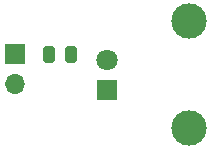
<source format=gbr>
%TF.GenerationSoftware,KiCad,Pcbnew,5.1.5-52549c5~86~ubuntu16.04.1*%
%TF.CreationDate,2020-11-09T14:28:39+05:30*%
%TF.ProjectId,DIP_LED_Module_V1.0,4449505f-4c45-4445-9f4d-6f64756c655f,V1.0*%
%TF.SameCoordinates,Original*%
%TF.FileFunction,Soldermask,Bot*%
%TF.FilePolarity,Negative*%
%FSLAX46Y46*%
G04 Gerber Fmt 4.6, Leading zero omitted, Abs format (unit mm)*
G04 Created by KiCad (PCBNEW 5.1.5-52549c5~86~ubuntu16.04.1) date 2020-11-09 14:28:39*
%MOMM*%
%LPD*%
G04 APERTURE LIST*
%ADD10O,1.700000X1.700000*%
%ADD11R,1.700000X1.700000*%
%ADD12C,0.100000*%
%ADD13C,3.000000*%
%ADD14R,1.800000X1.800000*%
%ADD15C,1.800000*%
G04 APERTURE END LIST*
D10*
%TO.C,J1*%
X131445000Y-99060000D03*
D11*
X131445000Y-96520000D03*
%TD*%
D12*
%TO.C,R1*%
G36*
X134585142Y-95821174D02*
G01*
X134608803Y-95824684D01*
X134632007Y-95830496D01*
X134654529Y-95838554D01*
X134676153Y-95848782D01*
X134696670Y-95861079D01*
X134715883Y-95875329D01*
X134733607Y-95891393D01*
X134749671Y-95909117D01*
X134763921Y-95928330D01*
X134776218Y-95948847D01*
X134786446Y-95970471D01*
X134794504Y-95992993D01*
X134800316Y-96016197D01*
X134803826Y-96039858D01*
X134805000Y-96063750D01*
X134805000Y-96976250D01*
X134803826Y-97000142D01*
X134800316Y-97023803D01*
X134794504Y-97047007D01*
X134786446Y-97069529D01*
X134776218Y-97091153D01*
X134763921Y-97111670D01*
X134749671Y-97130883D01*
X134733607Y-97148607D01*
X134715883Y-97164671D01*
X134696670Y-97178921D01*
X134676153Y-97191218D01*
X134654529Y-97201446D01*
X134632007Y-97209504D01*
X134608803Y-97215316D01*
X134585142Y-97218826D01*
X134561250Y-97220000D01*
X134073750Y-97220000D01*
X134049858Y-97218826D01*
X134026197Y-97215316D01*
X134002993Y-97209504D01*
X133980471Y-97201446D01*
X133958847Y-97191218D01*
X133938330Y-97178921D01*
X133919117Y-97164671D01*
X133901393Y-97148607D01*
X133885329Y-97130883D01*
X133871079Y-97111670D01*
X133858782Y-97091153D01*
X133848554Y-97069529D01*
X133840496Y-97047007D01*
X133834684Y-97023803D01*
X133831174Y-97000142D01*
X133830000Y-96976250D01*
X133830000Y-96063750D01*
X133831174Y-96039858D01*
X133834684Y-96016197D01*
X133840496Y-95992993D01*
X133848554Y-95970471D01*
X133858782Y-95948847D01*
X133871079Y-95928330D01*
X133885329Y-95909117D01*
X133901393Y-95891393D01*
X133919117Y-95875329D01*
X133938330Y-95861079D01*
X133958847Y-95848782D01*
X133980471Y-95838554D01*
X134002993Y-95830496D01*
X134026197Y-95824684D01*
X134049858Y-95821174D01*
X134073750Y-95820000D01*
X134561250Y-95820000D01*
X134585142Y-95821174D01*
G37*
G36*
X136460142Y-95821174D02*
G01*
X136483803Y-95824684D01*
X136507007Y-95830496D01*
X136529529Y-95838554D01*
X136551153Y-95848782D01*
X136571670Y-95861079D01*
X136590883Y-95875329D01*
X136608607Y-95891393D01*
X136624671Y-95909117D01*
X136638921Y-95928330D01*
X136651218Y-95948847D01*
X136661446Y-95970471D01*
X136669504Y-95992993D01*
X136675316Y-96016197D01*
X136678826Y-96039858D01*
X136680000Y-96063750D01*
X136680000Y-96976250D01*
X136678826Y-97000142D01*
X136675316Y-97023803D01*
X136669504Y-97047007D01*
X136661446Y-97069529D01*
X136651218Y-97091153D01*
X136638921Y-97111670D01*
X136624671Y-97130883D01*
X136608607Y-97148607D01*
X136590883Y-97164671D01*
X136571670Y-97178921D01*
X136551153Y-97191218D01*
X136529529Y-97201446D01*
X136507007Y-97209504D01*
X136483803Y-97215316D01*
X136460142Y-97218826D01*
X136436250Y-97220000D01*
X135948750Y-97220000D01*
X135924858Y-97218826D01*
X135901197Y-97215316D01*
X135877993Y-97209504D01*
X135855471Y-97201446D01*
X135833847Y-97191218D01*
X135813330Y-97178921D01*
X135794117Y-97164671D01*
X135776393Y-97148607D01*
X135760329Y-97130883D01*
X135746079Y-97111670D01*
X135733782Y-97091153D01*
X135723554Y-97069529D01*
X135715496Y-97047007D01*
X135709684Y-97023803D01*
X135706174Y-97000142D01*
X135705000Y-96976250D01*
X135705000Y-96063750D01*
X135706174Y-96039858D01*
X135709684Y-96016197D01*
X135715496Y-95992993D01*
X135723554Y-95970471D01*
X135733782Y-95948847D01*
X135746079Y-95928330D01*
X135760329Y-95909117D01*
X135776393Y-95891393D01*
X135794117Y-95875329D01*
X135813330Y-95861079D01*
X135833847Y-95848782D01*
X135855471Y-95838554D01*
X135877993Y-95830496D01*
X135901197Y-95824684D01*
X135924858Y-95821174D01*
X135948750Y-95820000D01*
X136436250Y-95820000D01*
X136460142Y-95821174D01*
G37*
%TD*%
D13*
%TO.C,H2*%
X146210000Y-93729000D03*
%TD*%
%TO.C,H1*%
X146210000Y-102729000D03*
%TD*%
D14*
%TO.C,D1*%
X139210000Y-99499000D03*
D15*
X139210000Y-96959000D03*
%TD*%
M02*

</source>
